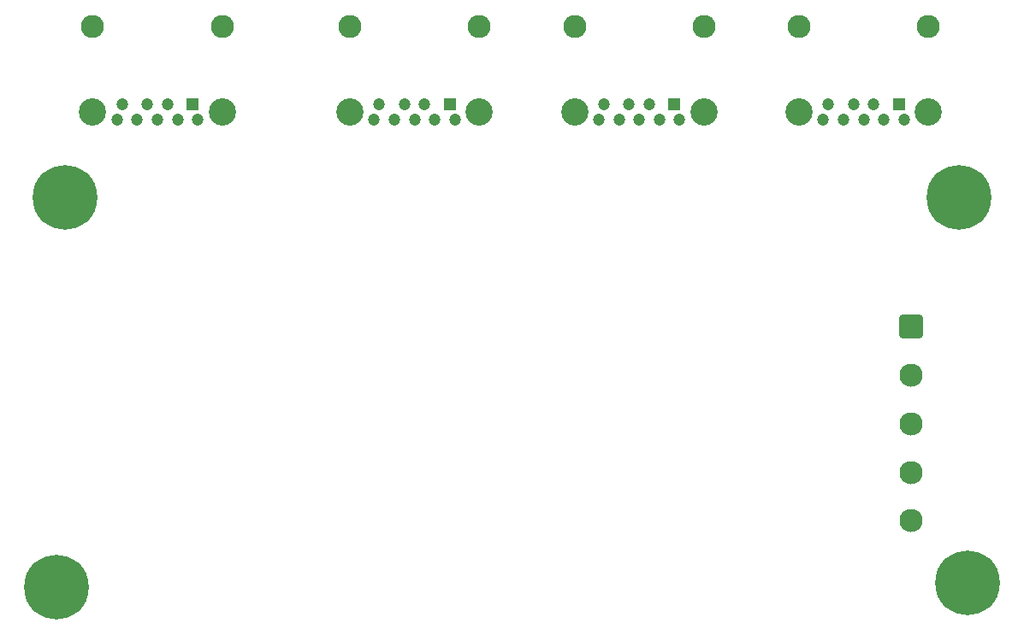
<source format=gbr>
%TF.GenerationSoftware,KiCad,Pcbnew,7.0.2*%
%TF.CreationDate,2023-08-08T23:25:05-03:00*%
%TF.ProjectId,USB Switch,55534220-5377-4697-9463-682e6b696361,rev?*%
%TF.SameCoordinates,Original*%
%TF.FileFunction,Soldermask,Bot*%
%TF.FilePolarity,Negative*%
%FSLAX46Y46*%
G04 Gerber Fmt 4.6, Leading zero omitted, Abs format (unit mm)*
G04 Created by KiCad (PCBNEW 7.0.2) date 2023-08-08 23:25:05*
%MOMM*%
%LPD*%
G01*
G04 APERTURE LIST*
G04 Aperture macros list*
%AMRoundRect*
0 Rectangle with rounded corners*
0 $1 Rounding radius*
0 $2 $3 $4 $5 $6 $7 $8 $9 X,Y pos of 4 corners*
0 Add a 4 corners polygon primitive as box body*
4,1,4,$2,$3,$4,$5,$6,$7,$8,$9,$2,$3,0*
0 Add four circle primitives for the rounded corners*
1,1,$1+$1,$2,$3*
1,1,$1+$1,$4,$5*
1,1,$1+$1,$6,$7*
1,1,$1+$1,$8,$9*
0 Add four rect primitives between the rounded corners*
20,1,$1+$1,$2,$3,$4,$5,0*
20,1,$1+$1,$4,$5,$6,$7,0*
20,1,$1+$1,$6,$7,$8,$9,0*
20,1,$1+$1,$8,$9,$2,$3,0*%
G04 Aperture macros list end*
%ADD10R,1.200000X1.200000*%
%ADD11C,1.200000*%
%ADD12C,2.700000*%
%ADD13C,2.280000*%
%ADD14C,0.800000*%
%ADD15C,6.400000*%
%ADD16RoundRect,0.250001X-0.899999X0.899999X-0.899999X-0.899999X0.899999X-0.899999X0.899999X0.899999X0*%
%ADD17C,2.300000*%
G04 APERTURE END LIST*
D10*
%TO.C,USB1*%
X66381087Y-82095000D03*
D11*
X63881087Y-82095000D03*
X61881087Y-82095000D03*
X59381087Y-82095000D03*
X58881087Y-83595000D03*
X60881087Y-83595000D03*
X62881087Y-83595000D03*
X64881087Y-83595000D03*
X66881087Y-83595000D03*
D12*
X69281087Y-82845000D03*
X56481087Y-82845000D03*
D13*
X69281087Y-74345000D03*
X56481087Y-74345000D03*
%TD*%
D10*
%TO.C,USB4*%
X136281087Y-82095000D03*
D11*
X133781087Y-82095000D03*
X131781087Y-82095000D03*
X129281087Y-82095000D03*
X128781087Y-83595000D03*
X130781087Y-83595000D03*
X132781087Y-83595000D03*
X134781087Y-83595000D03*
X136781087Y-83595000D03*
D12*
X139181087Y-82845000D03*
X126381087Y-82845000D03*
D13*
X139181087Y-74345000D03*
X126381087Y-74345000D03*
%TD*%
D10*
%TO.C,USB3*%
X114056087Y-82095000D03*
D11*
X111556087Y-82095000D03*
X109556087Y-82095000D03*
X107056087Y-82095000D03*
X106556087Y-83595000D03*
X108556087Y-83595000D03*
X110556087Y-83595000D03*
X112556087Y-83595000D03*
X114556087Y-83595000D03*
D12*
X116956087Y-82845000D03*
X104156087Y-82845000D03*
D13*
X116956087Y-74345000D03*
X104156087Y-74345000D03*
%TD*%
D14*
%TO.C,REF\u002A\u002A*%
X51367056Y-91300000D03*
X52070000Y-89602944D03*
X52070000Y-92997056D03*
X53767056Y-88900000D03*
D15*
X53767056Y-91300000D03*
D14*
X53767056Y-93700000D03*
X55464112Y-89602944D03*
X55464112Y-92997056D03*
X56167056Y-91300000D03*
%TD*%
D16*
%TO.C,J1*%
X137492500Y-104140000D03*
D17*
X137492500Y-108940000D03*
X137492500Y-113740000D03*
X137492500Y-118540000D03*
X137492500Y-123340000D03*
%TD*%
D14*
%TO.C,REF\u002A\u002A*%
X139840000Y-91300000D03*
X140542944Y-89602944D03*
X140542944Y-92997056D03*
X142240000Y-88900000D03*
D15*
X142240000Y-91300000D03*
D14*
X142240000Y-93700000D03*
X143937056Y-89602944D03*
X143937056Y-92997056D03*
X144640000Y-91300000D03*
%TD*%
%TO.C,REF\u002A\u002A*%
X50512944Y-129967056D03*
X51215888Y-128270000D03*
X51215888Y-131664112D03*
X52912944Y-127567056D03*
D15*
X52912944Y-129967056D03*
D14*
X52912944Y-132367056D03*
X54610000Y-128270000D03*
X54610000Y-131664112D03*
X55312944Y-129967056D03*
%TD*%
%TO.C,REF\u002A\u002A*%
X140682944Y-129540000D03*
X141385888Y-127842944D03*
X141385888Y-131237056D03*
X143082944Y-127140000D03*
D15*
X143082944Y-129540000D03*
D14*
X143082944Y-131940000D03*
X144780000Y-127842944D03*
X144780000Y-131237056D03*
X145482944Y-129540000D03*
%TD*%
D10*
%TO.C,USB2*%
X91831087Y-82095000D03*
D11*
X89331087Y-82095000D03*
X87331087Y-82095000D03*
X84831087Y-82095000D03*
X84331087Y-83595000D03*
X86331087Y-83595000D03*
X88331087Y-83595000D03*
X90331087Y-83595000D03*
X92331087Y-83595000D03*
D12*
X94731087Y-82845000D03*
X81931087Y-82845000D03*
D13*
X94731087Y-74345000D03*
X81931087Y-74345000D03*
%TD*%
M02*

</source>
